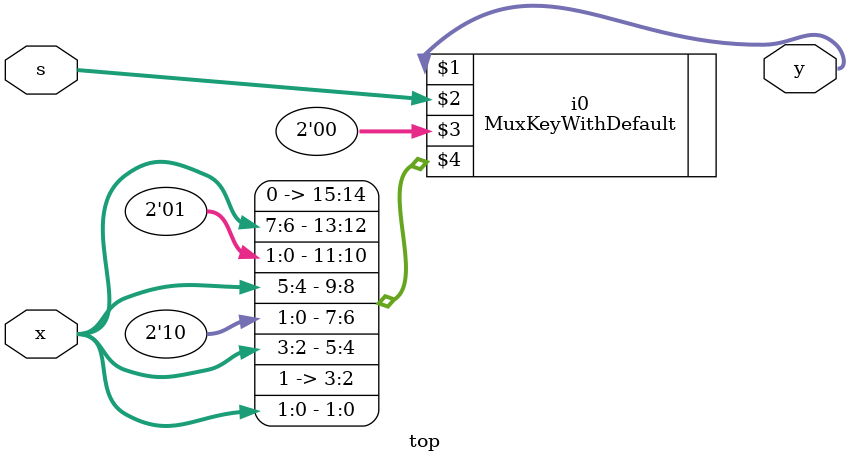
<source format=v>
module top(x,s,y);
  input   [7:0]x;
  input   [1:0]s;
  output  [1:0]y;
  MuxKeyWithDefault #(4, 2, 2) i0 (y, s, 2'b00, {
    2'b00, x[7:6],
    2'b01, x[5:4],
    2'b10, x[3:2],
    2'b11, x[1:0]
  });
endmodule

</source>
